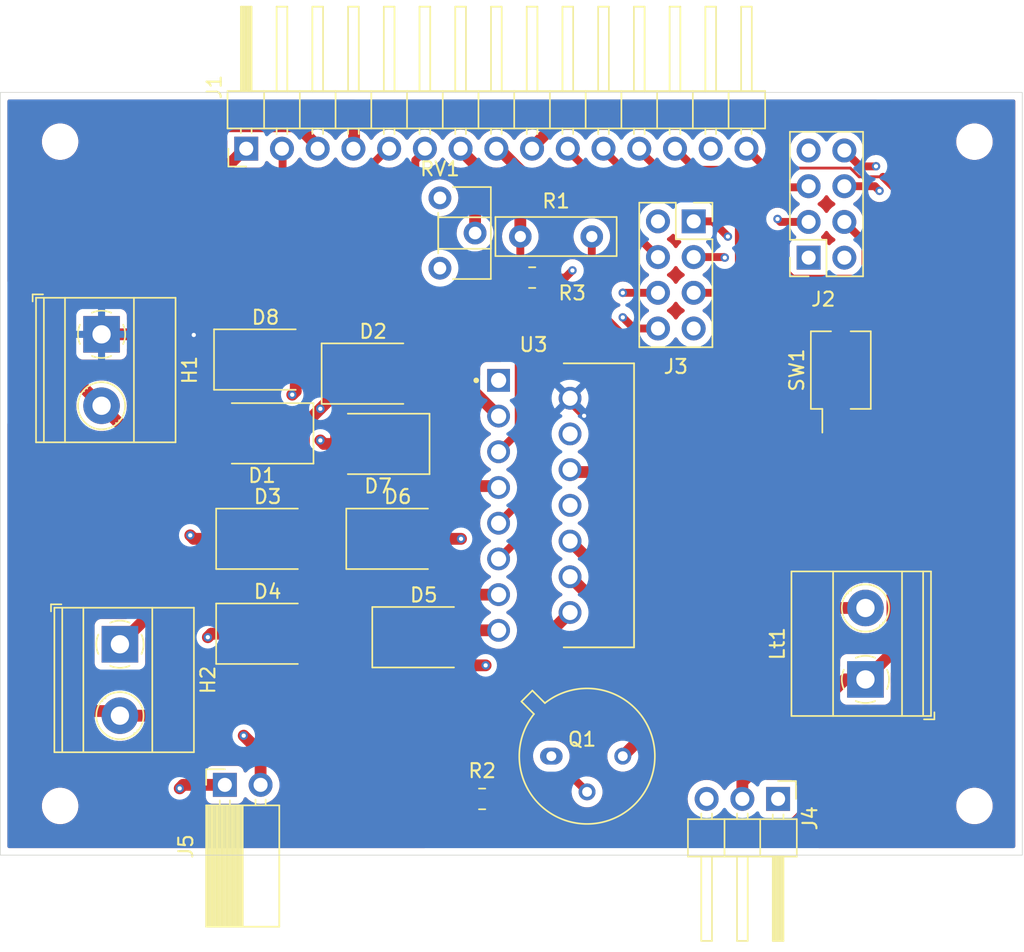
<source format=kicad_pcb>
(kicad_pcb (version 20240108) (generator "pcbnew") (generator_version "8.0")
  (layers (0 "F.Cu" signal) (1 "In1.Cu" power) (2 "In2.Cu" power) (31 "B.Cu" power) (34 "B.Paste" user) (35 "F.Paste" user) (36 "B.SilkS" user "B.Silkscreen") (37 "F.SilkS" user "F.Silkscreen") (38 "B.Mask" user) (39 "F.Mask" user) (44 "Edge.Cuts" user))
  (net 0 "")
  (net 1 "GND")
  (net 2 "+5V")
  (net 3 "+12V")
  (net 4 "OUT1U3")
  (net 5 "OUT2U3")
  (net 6 "OUT3U3")
  (net 7 "OUT4U3")
  (net 8 "SW1U3")
  (net 9 "IN3U2")
  (net 10 "IN4U3")
  (net 11 "PHOTO")
  (net 12 "IN3U3")
  (net 13 "LIGHT")
  (net 14 "IN4U2")
  (net 15 "SW2U3")
  (net 16 "IN1U3")
  (net 17 "IN2U3")
  (net 18 "IN2U2")
  (net 19 "IN1U2")
  (net 20 "POW")
  (net 21 "NPN")
  (net 22 "Net-(Q1-B)")
  (net 23 "ENBU3")
  (net 24 "ENAU3")
  (net 29 "+3.3V")
  (footprint "Connector_PinSocket_2.54mm:PinSocket_2x04_P2.54mm_Vertical" (layer "F.Cu") (at 153.46 68 180)
    (property "Reference" "J2" (at -1.04 -2.96 0) (layer "F.SilkS"))
    (property "Value" "Conn_02x04_Counter_Clockwise" (hide yes))
    (pad "1" thru_hole rect (at 0 0 180) (size 1.7 1.7) (drill 1) (layers "*.Cu" "*.Mask") (net 1 "GND"))
    (pad "2" thru_hole oval (at -2.54 0 180) (size 1.7 1.7) (drill 1) (layers "*.Cu" "*.Mask"))
    (pad "3" thru_hole oval (at 0 2.54 180) (size 1.7 1.7) (drill 1) (layers "*.Cu" "*.Mask") (net 2 "+5V"))
    (pad "4" thru_hole oval (at -2.54 2.54 180) (size 1.7 1.7) (drill 1) (layers "*.Cu" "*.Mask") (net 9 "IN3U2"))
    (pad "5" thru_hole oval (at 0 5.08 180) (size 1.7 1.7) (drill 1) (layers "*.Cu" "*.Mask") (net 14 "IN4U2"))
    (pad "6" thru_hole oval (at -2.54 5.08 180) (size 1.7 1.7) (drill 1) (layers "*.Cu" "*.Mask") (net 2 "+5V"))
    (pad "7" thru_hole oval (at 0 7.62 180) (size 1.7 1.7) (drill 1) (layers "*.Cu" "*.Mask"))
    (pad "8" thru_hole oval (at -2.54 7.62 180) (size 1.7 1.7) (drill 1) (layers "*.Cu" "*.Mask") (net 2 "+5V"))
  )
  (footprint "Potentiometer_THT:Potentiometer_ACP_CA6-H2,5_Horizontal" (layer "F.Cu") (at 127.25 63.75)
    (property "Reference" "RV1" (at 0 -2.06 0) (layer "F.SilkS"))
    (property "Value" "R_Potentiometer" (hide yes))
    (pad "1" thru_hole circle (at 0 0) (size 1.62 1.62) (drill 0.9) (layers "*.Cu" "*.Mask") (net 2 "+5V"))
    (pad "2" thru_hole circle (at 2.5 2.5) (size 1.62 1.62) (drill 0.9) (layers "*.Cu" "*.Mask") (net 20 "POW"))
    (pad "3" thru_hole circle (at 0 5) (size 1.62 1.62) (drill 0.9) (layers "*.Cu" "*.Mask") (net 1 "GND"))
  )
  (footprint "Connector_PinHeader_2.54mm:PinHeader_1x03_P2.54mm_Horizontal" (layer "F.Cu") (at 151.29 106.5 -90)
    (property "Reference" "J4" (at 1.375 -2.27 90) (layer "F.SilkS"))
    (property "Value" "Conn_01x03_Socket" (hide yes))
    (pad "1" thru_hole rect (at 0 0 270) (size 1.7 1.7) (drill 1) (layers "*.Cu" "*.Mask") (net 2 "+5V"))
    (pad "2" thru_hole oval (at 0 2.54 270) (size 1.7 1.7) (drill 1) (layers "*.Cu" "*.Mask") (net 3 "+12V"))
    (pad "3" thru_hole oval (at 0 5.08 270) (size 1.7 1.7) (drill 1) (layers "*.Cu" "*.Mask") (net 1 "GND"))
  )
  (footprint "Connector_PinSocket_2.54mm:PinSocket_1x02_P2.54mm_Horizontal" (layer "F.Cu") (at 111.96 105.5 90)
    (property "Reference" "J5" (at -4.38 -2.77 90) (layer "F.SilkS"))
    (property "Value" "Conn_01x02_Socket")
    (pad "1" thru_hole rect (at 0 0 90) (size 1.7 1.7) (drill 1) (layers "*.Cu" "*.Mask") (net 2 "+5V"))
    (pad "2" thru_hole oval (at 0 2.54 90) (size 1.7 1.7) (drill 1) (layers "*.Cu" "*.Mask") (net 1 "GND"))
  )
  (footprint "Resistor_SMD:R_0805_2012Metric" (layer "F.Cu") (at 133.8075 69.42)
    (property "Reference" "R3" (at 2.8425 1.1 0) (layer "F.SilkS"))
    (property "Value" "10k")
    (pad "1" smd roundrect (at -0.9125 0) (size 1.025 1.4) (layers "F.Cu" "F.Paste" "F.Mask") (roundrect_rratio 0.243902) (net 11 "PHOTO"))
    (pad "2" smd roundrect (at 0.9125 0) (size 1.025 1.4) (layers "F.Cu" "F.Paste" "F.Mask") (roundrect_rratio 0.243902) (net 1 "GND"))
  )
  (footprint "TerminalBlock_Phoenix:TerminalBlock_Phoenix_MKDS-1,5-2-5.08_1x02_P5.08mm_Horizontal" (layer "F.Cu") (at 157.5 98 90)
    (property "Reference" "Lt1" (at 2.54 -6.26 90) (layer "F.SilkS"))
    (property "Value" "Screw_Terminal_01x02" (hide yes))
    (pad "1" thru_hole rect (at 0 0 90) (size 2.6 2.6) (drill 1.3) (layers "*.Cu" "*.Mask") (net 3 "+12V"))
    (pad "2" thru_hole circle (at 5.08 0 90) (size 2.6 2.6) (drill 1.3) (layers "*.Cu" "*.Mask") (net 21 "NPN"))
  )
  (footprint "Package_TO_SOT_THT:TO-39-3" (layer "F.Cu") (at 135.17 103.46)
    (property "Reference" "Q1" (at 2.1825 -1.2 0) (layer "F.SilkS"))
    (property "Value" "2N2219" (hide yes))
    (pad "1" thru_hole oval (at 0 0) (size 1.6 1.2) (drill 0.7) (layers "*.Cu" "*.Mask") (net 1 "GND"))
    (pad "2" thru_hole oval (at 2.54 2.54) (size 1.2 1.2) (drill 0.7) (layers "*.Cu" "*.Mask") (net 22 "Net-(Q1-B)"))
    (pad "3" thru_hole oval (at 5.08 0) (size 1.2 1.2) (drill 0.7) (layers "*.Cu" "*.Mask") (net 21 "NPN"))
  )
  (footprint "Button_Switch_SMD:SW_DIP_SPSTx02_Slide_KingTek_DSHP02TS_W7.62mm_P1.27mm" (layer "F.Cu") (at 155.75 76 90)
    (property "Reference" "SW1" (at 0 -3.13 90) (layer "F.SilkS"))
    (property "Value" "SW_DIP_x02" (hide yes))
    (pad "1" smd rect (at -3.81 -0.635 90) (size 1.27 0.76) (layers "F.Cu" "F.Paste" "F.Mask") (net 24 "ENAU3"))
    (pad "2" smd rect (at -3.81 0.635 90) (size 1.27 0.76) (layers "F.Cu" "F.Paste" "F.Mask") (net 23 "ENBU3"))
    (pad "3" smd rect (at 3.81 0.635 90) (size 1.27 0.76) (layers "F.Cu" "F.Paste" "F.Mask") (net 15 "SW2U3"))
    (pad "4" smd rect (at 3.81 -0.635 90) (size 1.27 0.76) (layers "F.Cu" "F.Paste" "F.Mask") (net 8 "SW1U3"))
  )
  (footprint "Resistor_THT:R_Box_L8.4mm_W2.5mm_P5.08mm" (layer "F.Cu") (at 132.965 66.5)
    (property "Reference" "R1" (at 2.54 -2.52 0) (layer "F.SilkS"))
    (property "Value" "R_Photo" (hide yes))
    (pad "1" thru_hole circle (at 0 0) (size 1.6 1.6) (drill 0.8) (layers "*.Cu" "*.Mask") (net 11 "PHOTO"))
    (pad "2" thru_hole circle (at 5.08 0) (size 1.6 1.6) (drill 0.8) (layers "*.Cu" "*.Mask") (net 29 "+3.3V"))
  )
  (footprint "Diode_SMD:D_SMB" (layer "F.Cu") (at 122.85 81.25 180)
    (property "Reference" "D7" (at 0 -3 0) (layer "F.SilkS"))
    (property "Value" "STTH212U" (hide yes))
    (pad "1" smd roundrect (at -2.15 0 180) (size 2.5 2.3) (layers "F.Cu" "F.Paste" "F.Mask") (roundrect_rratio 0.1086956522) (net 5 "OUT2U3"))
    (pad "2" smd roundrect (at 2.15 0 180) (size 2.5 2.3) (layers "F.Cu" "F.Paste" "F.Mask") (roundrect_rratio 0.1086956522) (net 1 "GND"))
  )
  (footprint "MountingHole:MountingHole_2.1mm" (layer "F.Cu") (at 165.25 59.75)
    (property "Reference" "REF**" (hide yes))
    (property "Value" "MountingHole_2.1mm" (hide yes))
    (pad "" np_thru_hole circle (at 0 0) (size 2.1 2.1) (drill 2.1) (layers "*.Cu" "*.Mask"))
  )
  (footprint "Diode_SMD:D_SMB" (layer "F.Cu") (at 114.85 75.25)
    (property "Reference" "D8" (at 0 -3 0) (layer "F.SilkS"))
    (property "Value" "STTH212U" (hide yes))
    (pad "1" smd roundrect (at -2.15 0) (size 2.5 2.3) (layers "F.Cu" "F.Paste" "F.Mask") (roundrect_rratio 0.1086956522) (net 4 "OUT1U3"))
    (pad "2" smd roundrect (at 2.15 0) (size 2.5 2.3) (layers "F.Cu" "F.Paste" "F.Mask") (roundrect_rratio 0.1086956522) (net 1 "GND"))
  )
  (footprint "TerminalBlock_Phoenix:TerminalBlock_Phoenix_MKDS-1,5-2-5.08_1x02_P5.08mm_Horizontal" (layer "F.Cu") (at 104.5 95.5 -90)
    (property "Reference" "H2" (at 2.54 -6.26 90) (layer "F.SilkS"))
    (property "Value" "Screw_Terminal_01x02" (hide yes))
    (pad "1" thru_hole rect (at 0 0 270) (size 2.6 2.6) (drill 1.3) (layers "*.Cu" "*.Mask") (net 6 "OUT3U3"))
    (pad "2" thru_hole circle (at 5.08 0 270) (size 2.6 2.6) (drill 1.3) (layers "*.Cu" "*.Mask") (net 7 "OUT4U3"))
  )
  (footprint "Connector_PinSocket_2.54mm:PinSocket_2x04_P2.54mm_Vertical" (layer "F.Cu") (at 145.29 65.42)
    (property "Reference" "J3" (at -1.27 10.33 0) (layer "F.SilkS"))
    (property "Value" "Conn_02x04_Counter_Clockwise" (hide yes))
    (pad "1" thru_hole rect (at 0 0) (size 1.7 1.7) (drill 1) (layers "*.Cu" "*.Mask") (net 1 "GND"))
    (pad "2" thru_hole oval (at -2.54 0) (size 1.7 1.7) (drill 1) (layers "*.Cu" "*.Mask"))
    (pad "3" thru_hole oval (at 0 2.54) (size 1.7 1.7) (drill 1) (layers "*.Cu" "*.Mask") (net 2 "+5V"))
    (pad "4" thru_hole oval (at -2.54 2.54) (size 1.7 1.7) (drill 1) (layers "*.Cu" "*.Mask") (net 19 "IN1U2"))
    (pad "5" thru_hole oval (at 0 5.08) (size 1.7 1.7) (drill 1) (layers "*.Cu" "*.Mask") (net 18 "IN2U2"))
    (pad "6" thru_hole oval (at -2.54 5.08) (size 1.7 1.7) (drill 1) (layers "*.Cu" "*.Mask") (net 2 "+5V"))
    (pad "7" thru_hole oval (at 0 7.62) (size 1.7 1.7) (drill 1) (layers "*.Cu" "*.Mask"))
    (pad "8" thru_hole oval (at -2.54 7.62) (size 1.7 1.7) (drill 1) (layers "*.Cu" "*.Mask") (net 2 "+5V"))
  )
  (footprint "Diode_SMD:D_SMB" (layer "F.Cu") (at 115 94.75)
    (property "Reference" "D4" (at 0 -3 0) (layer "F.SilkS"))
    (property "Value" "STTH212U")
    (pad "1" smd roundrect (at -2.15 0) (size 2.5 2.3) (layers "F.Cu" "F.Paste" "F.Mask") (roundrect_rratio 0.1086956522) (net 2 "+5V"))
    (pad "2" smd roundrect (at 2.15 0) (size 2.5 2.3) (layers "F.Cu" "F.Paste" "F.Mask") (roundrect_rratio 0.1086956522) (net 7 "OUT4U3"))
  )
  (footprint "MountingHole:MountingHole_2.1mm" (layer "F.Cu") (at 100.25 107)
    (property "Reference" "REF**" (hide yes))
    (property "Value" "MountingHole_2.1mm" (hide yes))
    (pad "" np_thru_hole circle (at 0 0) (size 2.1 2.1) (drill 2.1) (layers "*.Cu" "*.Mask"))
  )
  (footprint "Resistor_SMD:R_0805_2012Metric" (layer "F.Cu") (at 130.25 106.5)
    (property "Reference" "R2" (at 0 -2 0) (layer "F.SilkS"))
    (property "Value" "1k")
    (pad "1" smd roundrect (at -0.9125 0) (size 1.025 1.4) (layers "F.Cu" "F.Paste" "F.Mask") (roundrect_rratio 0.243902) (net 22 "Net-(Q1-B)"))
    (pad "2" smd roundrect (at 0.9125 0) (size 1.025 1.4) (layers "F.Cu" "F.Paste" "F.Mask") (roundrect_rratio 0.243902) (net 13 "LIGHT"))
  )
  (footprint "Diode_SMD:D_SMB" (layer "F.Cu") (at 124.25 88)
    (property "Reference" "D6" (at 0 -3 0) (layer "F.SilkS"))
    (property "Value" "STTH212U" (hide yes))
    (pad "1" smd roundrect (at -2.15 0) (size 2.5 2.3) (layers "F.Cu" "F.Paste" "F.Mask") (roundrect_rratio 0.1086956522) (net 6 "OUT3U3"))
    (pad "2" smd roundrect (at 2.15 0) (size 2.5 2.3) (layers "F.Cu" "F.Paste" "F.Mask") (roundrect_rratio 0.1086956522) (net 1 "GND"))
  )
  (footprint "Diode_SMD:D_SMB" (layer "F.Cu") (at 126.1 95)
    (property "Reference" "D5" (at 0 -3 0) (layer "F.SilkS"))
    (property "Value" "STTH212U")
    (pad "1" smd roundrect (at -2.15 0) (size 2.5 2.3) (layers "F.Cu" "F.Paste" "F.Mask") (roundrect_rratio 0.1086956522) (net 7 "OUT4U3"))
    (pad "2" smd roundrect (at 2.15 0) (size 2.5 2.3) (layers "F.Cu" "F.Paste" "F.Mask") (roundrect_rratio 0.1086956522) (net 1 "GND"))
  )
  (footprint "Diode_SMD:D_SMB" (layer "F.Cu") (at 114.6 80.5 180)
    (property "Reference" "D1" (at 0 -3 0) (layer "F.SilkS"))
    (property "Value" "STTH212U" (hide yes))
    (pad "1" smd roundrect (at -2.15 0 180) (size 2.5 2.3) (layers "F.Cu" "F.Paste" "F.Mask") (roundrect_rratio 0.1086956522) (net 2 "+5V"))
    (pad "2" smd roundrect (at 2.15 0 180) (size 2.5 2.3) (layers "F.Cu" "F.Paste" "F.Mask") (roundrect_rratio 0.1086956522) (net 4 "OUT1U3"))
  )
  (footprint "MountingHole:MountingHole_2.1mm" (layer "F.Cu") (at 165.25 107)
    (property "Reference" "REF**" (hide yes))
    (property "Value" "MountingHole_2.1mm" (hide yes))
    (pad "" np_thru_hole circle (at 0 0) (size 2.1 2.1) (drill 2.1) (layers "*.Cu" "*.Mask"))
  )
  (footprint "Connector_PinHeader_2.54mm:PinHeader_1x15_P2.54mm_Horizontal" (layer "F.Cu") (at 113.48 60.25 90)
    (property "Reference" "J1" (at 4.385 -2.27 90) (layer "F.SilkS"))
    (property "Value" "Conn_01x15_Pin" (hide yes))
    (pad "1" thru_hole rect (at 0 0 90) (size 1.7 1.7) (drill 1) (layers "*.Cu" "*.Mask") (net 17 "IN2U3"))
    (pad "2" thru_hole oval (at 0 2.54 90) (size 1.7 1.7) (drill 1) (layers "*.Cu" "*.Mask") (net 16 "IN1U3"))
    (pad "3" thru_hole oval (at 0 5.08 90) (size 1.7 1.7) (drill 1) (layers "*.Cu" "*.Mask") (net 10 "IN4U3"))
    (pad "4" thru_hole oval (at 0 7.62 90) (size 1.7 1.7) (drill 1) (layers "*.Cu" "*.Mask") (net 12 "IN3U3"))
    (pad "5" thru_hole oval (at 0 10.16 90) (size 1.7 1.7) (drill 1) (layers "*.Cu" "*.Mask") (net 8 "SW1U3"))
    (pad "6" thru_hole oval (at 0 12.7 90) (size 1.7 1.7) (drill 1) (layers "*.Cu" "*.Mask") (net 15 "SW2U3"))
    (pad "7" thru_hole oval (at 0 15.24 90) (size 1.7 1.7) (drill 1) (layers "*.Cu" "*.Mask") (net 20 "POW"))
    (pad "8" thru_hole oval (at 0 17.78 90) (size 1.7 1.7) (drill 1) (layers "*.Cu" "*.Mask") (net 11 "PHOTO"))
    (pad "9" thru_hole oval (at 0 20.32 90) (size 1.7 1.7) (drill 1) (layers "*.Cu" "*.Mask") (net 13 "LIGHT"))
    (pad "10" thru_hole oval (at 0 22.86 90) (size 1.7 1.7) (drill 1) (layers "*.Cu" "*.Mask") (net 19 "IN1U2"))
    (pad "11" thru_hole oval (at 0 25.4 90) (size 1.7 1.7) (drill 1) (layers "*.Cu" "*.Mask") (net 18 "IN2U2"))
    (pad "12" thru_hole oval (at 0 27.94 90) (size 1.7 1.7) (drill 1) (layers "*.Cu" "*.Mask") (net 9 "IN3U2"))
    (pad "13" thru_hole oval (at 0 30.48 90) (size 1.7 1.7) (drill 1) (layers "*.Cu" "*.Mask") (net 14 "IN4U2"))
    (pad "14" thru_hole oval (at 0 33.02 90) (size 1.7 1.7) (drill 1) (layers "*.Cu" "*.Mask") (net 1 "GND"))
    (pad "15" thru_hole oval (at 0 35.56 90) (size 1.7 1.7) (drill 1) (layers "*.Cu" "*.Mask") (net 29 "+3.3V"))
  )
  (footprint "Diode_SMD:D_SMB" (layer "F.Cu") (at 115 88)
    (property "Reference" "D3" (at 0 -3 0) (layer "F.SilkS"))
    (property "Value" "STTH212U" (hide yes))
    (pad "1" smd roundrect (at -2.15 0) (size 2.5 2.3) (layers "F.Cu" "F.Paste" "F.Mask") (roundrect_rratio 0.1086956522) (net 2 "+5V"))
    (pad "2" smd roundrect (at 2.15 0) (size 2.5 2.3) (layers "F.Cu" "F.Paste" "F.Mask") (roundrect_rratio 0.1086956522) (net 6 "OUT3U3"))
  )
  (footprint "Diode_SMD:D_SMB" (layer "F.Cu") (at 122.5 76.25)
    (property "Reference" "D2" (at 0 -3 0) (layer "F.SilkS"))
    (property "Value" "STTH212U" (hide yes))
    (pad "1" smd roundrect (at -2.15 0) (size 2.5 2.3) (layers "F.Cu" "F.Paste" "F.Mask") (roundrect_rratio 0.1086956522) (net 2 "+5V"))
    (pad "2" smd roundrect (at 2.15 0) (size 2.5 2.3) (layers "F.Cu" "F.Paste" "F.Mask") (roundrect_rratio 0.1086956522) (net 5 "OUT2U3"))
  )
  (footprint "L298N:TO127P2020X500X2100-15" (layer "F.Cu") (at 131.42 76.73)
    (property "Reference" "U3" (at 2.48 -2.54 0) (layer "F.SilkS"))
    (property "Value" "L298N" (hide yes))
    (pad "1" thru_hole rect (at 0 0) (size 1.62 1.62) (drill 1.08) (layers "*.Cu" "*.Mask") (net 1 "GND"))
    (pad "2" thru_hole circle (at 5.08 1.27) (size 1.62 1.62) (drill 1.08) (layers "*.Cu" "*.Mask") (net 4 "OUT1U3"))
    (pad "3" thru_hole circle (at 0 2.54) (size 1.62 1.62) (drill 1.08) (layers "*.Cu" "*.Mask") (net 5 "OUT2U3"))
    (pad "4" thru_hole circle (at 5.08 3.81) (size 1.62 1.62) (drill 1.08) (layers "*.Cu" "*.Mask") (net 2 "+5V"))
    (pad "5" thru_hole circle (at 0 5.08) (size 1.62 1.62) (drill 1.08) (layers "*.Cu" "*.Mask") (net 16 "IN1U3"))
    (pad "6" thru_hole circle (at 5.08 6.35) (size 1.62 1.62) (drill 1.08) (layers "*.Cu" "*.Mask") (net 24 "ENAU3"))
    (pad "7" thru_hole circle (at 0 7.62) (size 1.62 1.62) (drill 1.08) (layers "*.Cu" "*.Mask") (net 17 "IN2U3"))
    (pad "8" thru_hole circle (at 5.08 8.89) (size 1.62 1.62) (drill 1.08) (layers "*.Cu" "*.Mask") (net 1 "GND"))
    (pad "9" thru_hole circle (at 0 10.16) (size 1.62 1.62) (drill 1.08) (layers "*.Cu" "*.Mask") (net 3 "+12V"))
    (pad "10" thru_hole circle (at 5.08 11.43) (size 1.62 1.62) (drill 1.08) (layers "*.Cu" "*.Mask") (net 12 "IN3U3"))
    (pad "11" thru_hole circle (at 0 12.7) (size 1.62 1.62) (drill 1.08) (layers "*.Cu" "*.Mask") (net 23 "ENBU3"))
    (pad "12" thru_hole circle (at 5.08 13.97) (size 1.62 1.62) (drill 1.08) (layers "*.Cu" "*.Mask") (net 10 "IN4U3"))
    (pad "13" thru_hole circle (at 0 15.24) (size 1.62 1.62) (drill 1.08) (layers "*.Cu" "*.Mask") (net 6 "OUT3U3"))
    (pad "14" thru_hole circle (at 5.08 16.51) (size 1.62 1.62) (drill 1.08) (layers "*.Cu" "*.Mask") (net 7 "OUT4U3"))
    (pad "15" thru_hole circle (at 0 17.78) (size 1.62 1.62) (drill 1.08) (layers "*.Cu" "*.Mask") (net 1 "GND"))
  )
  (footprint "TerminalBlock_Phoenix:TerminalBlock_Phoenix_MKDS-1,5-2-5.08_1x02_P5.08mm_Horizontal" (layer "F.Cu") (at 103.195 73.455 -90)
    (property "Reference" "H1" (at 2.54 -6.26 90) (layer "F.SilkS"))
    (property "Value" "Screw_Terminal_01x02" (hide yes))
    (pad "1" thru_hole rect (at 0 0 270) (size 2.6 2.6) (drill 1.3) (layers "*.Cu" "*.Mask") (net 4 "OUT1U3"))
    (pad "2" thru_hole circle (at 5.08 0 270) (size 2.6 2.6) (drill 1.3) (layers "*.Cu" "*.Mask") (net 5 "OUT2U3"))
  )
  (footprint "MountingHole:MountingHole_2.1mm" (layer "F.Cu") (at 100.25 59.75)
    (property "Reference" "REF**" (hide yes))
    (property "Value" "MountingHole_2.1mm" (hide yes))
    (pad "" np_thru_hole circle (at 0 0) (size 2.1 2.1) (drill 2.1) (layers "*.Cu" "*.Mask"))
  )
  (gr_rect (start 96 56.25) (end 168.65 110.5) (stroke (width 0.05)) (fill none) (layer "Edge.Cuts"))
  (segment (start 126.4 88) (end 128.75 88) (width 0.8382) (layer "F.Cu") (net 1))
  (segment (start 128.25 96.25) (end 128.25 95) (width 0.8382) (layer "F.Cu") (net 1))
  (segment (start 114.5 103.2) (end 113.3 102) (width 0.8382) (layer "F.Cu") (net 1))
  (segment (start 131.42 94.51) (end 128.74 94.51) (width 0.8382) (layer "F.Cu") (net 1))
  (segment (start 128.74 94.51) (end 128.25 95) (width 0.8382) (layer "F.Cu") (net 1))
  (segment (start 134.72 69.42) (end 136.16 69.42) (width 0.5588) (layer "F.Cu") (net 1))
  (segment (start 145.29 65.42) (end 146.6406 65.42) (width 0.5588) (layer "F.Cu") (net 1))
  (segment (start 130.5 97) (end 129 97) (width 0.8382) (layer "F.Cu") (net 1))
  (segment (start 117 77.5) (end 116.75 77.75) (width 0.8382) (layer "F.Cu") (net 1))
  (segment (start 146.6406 65.42) (end 147.7206 66.5) (width 0.5588) (layer "F.Cu") (net 1))
  (segment (start 119 81.25) (end 118.75 81) (width 0.8382) (layer "F.Cu") (net 1))
  (segment (start 129 97) (end 128.25 96.25) (width 0.8382) (layer "F.Cu") (net 1))
  (segment (start 117 75.25) (end 117 77.5) (width 0.8382) (layer "F.Cu") (net 1))
  (segment (start 120.7 81.25) (end 119 81.25) (width 0.8382) (layer "F.Cu") (net 1))
  (segment (start 136.16 69.42) (end 136.67 68.91) (width 0.5588) (layer "F.Cu") (net 1))
  (segment (start 114.5 105.5) (end 114.5 103.2) (width 0.8382) (layer "F.Cu") (net 1))
  (via (at 113.3 102) (size 0.6) (drill 0.3) (layers "F.Cu" "B.Cu") (net 1))
  (via (at 118.75 81) (size 0.6) (drill 0.3) (layers "F.Cu" "B.Cu") (net 1))
  (via (at 116.75 77.75) (size 0.6) (drill 0.3) (layers "F.Cu" "B.Cu") (net 1))
  (via (at 136.67 68.91) (size 0.6) (drill 0.3) (layers "F.Cu" "B.Cu") (net 1))
  (via (at 128.75 88) (size 0.6) (drill 0.3) (layers "F.Cu" "B.Cu") (net 1))
  (via (at 130.5 97) (size 0.6) (drill 0.3) (layers "F.Cu" "B.Cu") (net 1))
  (via (at 147.7206 66.5) (size 0.6) (drill 0.3) (layers "F.Cu" "B.Cu") (net 1))
  (segment (start 111.96 105.5) (end 109 105.5) (width 0.8382) (layer "F.Cu") (net 2))
  (segment (start 112.85 94.75) (end 111 94.75) (width 0.8382) (layer "F.Cu") (net 2))
  (segment (start 117 80.5) (end 118.75 78.75) (width 0.8382) (layer "F.Cu") (net 2))
  (segment (start 158.17 62.92) (end 158.5 63.25) (width 0.5588) (layer "F.Cu") (net 2))
  (segment (start 156 62.92) (end 158.17 62.92) (width 0.5588) (layer "F.Cu") (net 2))
  (segment (start 147.46 67.96) (end 147.5 68) (width 0.5588) (layer "F.Cu") (net 2))
  (segment (start 120.35 76.25) (end 120.35 77.15) (width 0.8382) (layer "F.Cu") (net 2))
  (segment (start 156 60.38) (end 157.130335 61.510335) (width 0.5588) (layer "F.Cu") (net 2))
  (segment (start 157.130335 61.510335) (end 158.239665 61.510335) (width 0.5588) (layer "F.Cu") (net 2))
  (segment (start 142.75 70.5) (end 140.25 70.5) (width 0.5588) (layer "F.Cu") (net 2))
  (segment (start 109 105.5) (end 108.75 105.75) (width 0.8382) (layer "F.Cu") (net 2))
  (segment (start 151.46 65.46) (end 151.25 65.25) (width 0.5588) (layer "F.Cu") (net 2))
  (segment (start 141.04 73.04) (end 140.25 72.25) (width 0.5588) (layer "F.Cu") (net 2))
  (segment (start 142.75 73.04) (end 141.04 73.04) (width 0.5588) (layer "F.Cu") (net 2))
  (segment (start 116.75 80.5) (end 117 80.5) (width 0.8382) (layer "F.Cu") (net 2))
  (segment (start 120.35 77.15) (end 118.75 78.75) (width 0.8382) (layer "F.Cu") (net 2))
  (segment (start 112.85 88) (end 109.75 88) (width 0.8382) (layer "F.Cu") (net 2))
  (segment (start 153.46 65.46) (end 151.46 65.46) (width 0.5588) (layer "F.Cu") (net 2))
  (segment (start 111 94.75) (end 110.75 95) (width 0.8382) (layer "F.Cu") (net 2))
  (segment (start 145.29 67.96) (end 147.46 67.96) (width 0.5588) (layer "F.Cu") (net 2))
  (segment (start 109.75 88) (end 109.5 87.75) (width 0.8382) (layer "F.Cu") (net 2))
  (via (at 118.75 78.75) (size 0.6) (drill 0.3) (layers "F.Cu" "B.Cu") (net 2))
  (via (at 140.25 70.5) (size 0.6) (drill 0.3) (layers "F.Cu" "B.Cu") (net 2))
  (via (at 158.25 61.5) (size 0.6) (drill 0.3) (layers "F.Cu" "B.Cu") (net 2))
  (via (at 151.25 65.25) (size 0.6) (drill 0.3) (layers "F.Cu" "B.Cu") (net 2))
  (via (at 158.5 63.25) (size 0.6) (drill 0.3) (layers "F.Cu" "B.Cu") (net 2))
  (via (at 110.75 95) (size 0.6) (drill 0.3) (layers "F.Cu" "B.Cu") (net 2))
  (via (at 108.75 105.75) (size 0.6) (drill 0.3) (layers "F.Cu" "B.Cu") (net 2))
  (via (at 140.25 72.25) (size 0.6) (drill 0.3) (layers "F.Cu" "B.Cu") (net 2))
  (via (at 147.5 68) (size 0.6) (drill 0.3) (layers "F.Cu" "B.Cu") (net 2))
  (via (at 109.5 87.75) (size 0.6) (drill 0.3) (layers "F.Cu" "B.Cu") (net 2))
  (segment (start 137.5 75) (end 135 75) (width 0.8382) (layer "F.Cu") (net 3))
  (segment (start 153.293865 76) (end 149.543865 79.75) (width 0.8382) (layer "F.Cu") (net 3))
  (segment (start 131.42 86.89) (end 133.75 84.56) (width 0.5588) (layer "F.Cu") (net 3))
  (segment (start 142.25 79.75) (end 137.5 75) (width 0.8382) (layer "F.Cu") (net 3))
  (segment (start 148.75 105.297919) (end 156.047919 98) (width 0.8382) (layer "F.Cu") (net 3))
  (segment (start 149.543865 79.75) (end 142.25 79.75) (width 0.8382) (layer "F.Cu") (net 3))
  (segment (start 159.4191 79.4191) (end 156 76) (width 0.8382) (layer "F.Cu") (net 3))
  (segment (start 156 76) (end 153.293865 76) (width 0.8382) (layer "F.Cu") (net 3))
  (segment (start 157.5 98) (end 159.4191 96.0809) (width 0.8382) (layer "F.Cu") (net 3))
  (segment (start 148.75 106.5) (end 148.75 105.297919) (width 0.8382) (layer "F.Cu") (net 3))
  (segment (start 159.4191 96.0809) (end 159.4191 79.4191) (width 0.8382) (layer "F.Cu") (net 3))
  (segment (start 156.047919 98) (end 157.5 98) (width 0.8382) (layer "F.Cu") (net 3))
  (segment (start 133.75 84.56) (end 133.75 76.25) (width 0.5588) (layer "F.Cu") (net 3))
  (segment (start 133.75 76.25) (end 135 75) (width 0.5588) (layer "F.Cu") (net 3))
  (segment (start 112.7 80.25) (end 112.45 80.5) (width 0.8382) (layer "F.Cu") (net 4))
  (segment (start 136.5 78.25) (end 137.5 79.25) (width 0.5588) (layer "F.Cu") (net 4))
  (segment (start 136.5 78) (end 136.5 78.25) (width 0.5588) (layer "F.Cu") (net 4))
  (segment (start 109.705 73.455) (end 109.75 73.5) (width 0.8382) (layer "F.Cu") (net 4))
  (segment (start 112.7 75.25) (end 112.7 80.25) (width 0.8382) (layer "F.Cu") (net 4))
  (segment (start 111.5 75.25) (end 109.75 73.5) (width 0.8382) (layer "F.Cu") (net 4))
  (segment (start 112.7 75.25) (end 111.5 75.25) (width 0.8382) (layer "F.Cu") (net 4))
  (segment (start 103.195 73.455) (end 109.705 73.455) (width 0.8382) (layer "F.Cu") (net 4))
  (via (at 137.5 79.25) (size 0.6) (drill 0.3) (layers "F.Cu" "B.Cu") (net 4))
  (via (at 109.75 73.5) (size 0.6) (drill 0.3) (layers "F.Cu" "B.Cu") (net 4))
  (segment (start 116.75 83) (end 107.6982 83) (width 0.559) (layer "F.Cu") (net 5))
  (segment (start 107.6982 83) (end 107.6791 83.0191) (width 0.559) (layer "F.Cu") (net 5))
  (segment (start 115.5 70.5) (end 117.572992 72.572992) (width 0.8382) (layer "F.Cu") (net 5))
  (segment (start 103.195 78.535) (end 100.5382 75.8782) (width 0.8382) (layer "F.Cu") (net 5))
  (segment (start 117 83.25) (end 116.75 83) (width 0.559) (layer "F.Cu") (net 5))
  (segment (start 124.65 80.9) (end 125 81.25) (width 0.8382) (layer "F.Cu") (net 5))
  (segment (start 123.2309 83.0191) (end 123 83.25) (width 0.559) (layer "F.Cu") (net 5))
  (segment (start 117.572992 72.572992) (end 117.572992 72.75) (width 0.8382) (layer "F.Cu") (net 5))
  (segment (start 124.65 76.25) (end 124.65 80.9) (width 0.8382) (layer "F.Cu") (net 5))
  (segment (start 123 83.25) (end 117 83.25) (width 0.559) (layer "F.Cu") (net 5))
  (segment (start 102 70.5) (end 115.5 70.5) (width 0.8382) (layer "F.Cu") (net 5))
  (segment (start 124.9 72.75) (end 131.42 79.27) (width 0.8382) (layer "F.Cu") (net 5))
  (segment (start 100.5382 75.8782) (end 100.5382 71.9618) (width 0.8382) (layer "F.Cu") (net 5))
  (segment (start 125 81.25) (end 123.2309 83.0191) (width 0.8382) (layer "F.Cu") (net 5))
  (segment (start 100.5382 71.9618) (end 102 70.5) (width 0.8382) (layer "F.Cu") (net 5))
  (segment (start 107.6791 83.0191) (end 103.195 78.535) (width 0.8382) (layer "F.Cu") (net 5))
  (segment (start 117.572992 72.75) (end 124.9 72.75) (width 0.8382) (layer "F.Cu") (net 5))
  (segment (start 117.15 88) (end 122.1 88) (width 0.8382) (layer "F.Cu") (net 6))
  (segment (start 122.1 88) (end 122.1 88.35) (width 0.8382) (layer "F.Cu") (net 6))
  (segment (start 104.5 95.5) (end 107.0191 92.9809) (width 0.8382) (layer "F.Cu") (net 6))
  (segment (start 112.1691 92.9809) (end 117.15 88) (width 0.8382) (layer "F.Cu") (net 6))
  (segment (start 122.1 88.35) (end 125.72 91.97) (width 0.8382) (layer "F.Cu") (net 6))
  (segment (start 107.0191 92.9809) (end 112.1691 92.9809) (width 0.8382) (layer "F.Cu") (net 6))
  (segment (start 125.72 91.97) (end 131.42 91.97) (width 0.8382) (layer "F.Cu") (net 6))
  (segment (start 113.5 98) (end 103 98) (width 0.8382) (layer "F.Cu") (net 7))
  (segment (start 117.15 94.75) (end 123.7 94.75) (width 0.8382) (layer "F.Cu") (net 7))
  (segment (start 104.5 100.58) (end 129.16 100.58) (width 0.8382) (layer "F.Cu") (net 7))
  (segment (start 117.15 94.75) (end 116.75 94.75) (width 0.8382) (layer "F.Cu") (net 7))
  (segment (start 116.75 94.75) (end 113.5 98) (width 0.8382) (layer "F.Cu") (net 7))
  (segment (start 102 99.75) (end 102.5 100.25) (width 0.8382) (layer "F.Cu") (net 7))
  (segment (start 129.16 100.58) (end 136.5 93.24) (width 0.8382) (layer "F.Cu") (net 7))
  (segment (start 102.5 100.25) (end 104.17 100.25) (width 0.8382) (layer "F.Cu") (net 7))
  (segment (start 104.17 100.25) (end 104.5 100.58) (width 0.8382) (layer "F.Cu") (net 7))
  (segment (start 103 98) (end 102 99) (width 0.8382) (layer "F.Cu") (net 7))
  (segment (start 123.7 94.75) (end 123.95 95) (width 0.8382) (layer "F.Cu") (net 7))
  (segment (start 102 99) (end 102 99.75) (width 0.8382) (layer "F.Cu") (net 7))
  (segment (start 136.75 72.5) (end 131.750381 72.5) (width 0.5588) (layer "F.Cu") (net 8))
  (segment (start 149.115 78) (end 142.25 78) (width 0.5588) (layer "F.Cu") (net 8))
  (segment (start 131.750381 72.5) (end 129.750381 70.5) (width 0.5588) (layer "F.Cu") (net 8))
  (segment (start 122.25 61.56) (end 123.685 60.125) (width 0.5588) (layer "F.Cu") (net 8))
  (segment (start 122.25 67.5) (end 122.25 61.56) (width 0.5588) (layer "F.Cu") (net 8))
  (segment (start 154.925 72.19) (end 149.115 78) (width 0.5588) (layer "F.Cu") (net 8))
  (segment (start 125.25 70.5) (end 122.25 67.5) (width 0.5588) (layer "F.Cu") (net 8))
  (segment (start 142.25 78) (end 136.75 72.5) (width 0.5588) (layer "F.Cu") (net 8))
  (segment (start 129.750381 70.5) (end 125.25 70.5) (width 0.5588) (layer "F.Cu") (net 8))
  (segment (start 155.115 72.19) (end 154.925 72.19) (width 0.5588) (layer "F.Cu") (net 8))
  (segment (start 141.44 60.375) (end 143.8238 62.7588) (width 0.5588) (layer "F.Cu") (net 9))
  (segment (start 149.5 66.6988) (end 152.3012 69.5) (width 0.5588) (layer "F.Cu") (net 9))
  (segment (start 149.5 65) (end 149.5 66.6988) (width 0.5588) (layer "F.Cu") (net 9))
  (segment (start 157 69.5) (end 157.5 69) (width 0.5588) (layer "F.Cu") (net 9))
  (segment (start 157.5 66.96) (end 156 65.46) (width 0.5588) (layer "F.Cu") (net 9))
  (segment (start 152.3012 69.5) (end 157 69.5) (width 0.5588) (layer "F.Cu") (net 9))
  (segment (start 143.8238 62.7588) (end 147.2588 62.7588) (width 0.5588) (layer "F.Cu") (net 9))
  (segment (start 157.5 69) (end 157.5 66.96) (width 0.5588) (layer "F.Cu") (net 9))
  (segment (start 147.2588 62.7588) (end 149.5 65) (width 0.5588) (layer "F.Cu") (net 9))
  (segment (start 99 98.75) (end 99 80.75) (width 0.8382) (layer "F.Cu") (net 10))
  (segment (start 122.5 101.75) (end 115.5 108.75) (width 0.8382) (layer "F.Cu") (net 10))
  (segment (start 97.5 70.25) (end 109.0941 58.6559) (width 0.8382) (layer "F.Cu") (net 10))
  (segment (start 136.5 90.7) (end 138.25 92.45) (width 0.8382) (layer "F.Cu") (net 10))
  (segment (start 109.0941 58.6559) (end 117.1359 58.6559) (width 0.8382) (layer "F.Cu") (net 10))
  (segment (start 131 101.75) (end 122.5 101.75) (width 0.8382) (layer "F.Cu") (net 10))
  (segment (start 99 80.75) (end 97.5 79.25) (width 0.8382) (layer "F.Cu") (net 10))
  (segment (start 117.1359 58.6559) (end 118.605 60.125) (width 0.8382) (layer "F.Cu") (net 10))
  (segment (start 97.5 79.25) (end 97.5 70.25) (width 0.8382) (layer "F.Cu") (net 10))
  (segment (start 138.25 94.5) (end 131 101.75) (width 0.8382) (layer "F.Cu") (net 10))
  (segment (start 109 108.75) (end 99 98.75) (width 0.8382) (layer "F.Cu") (net 10))
  (segment (start 138.25 92.45) (end 138.25 94.5) (width 0.8382) (layer "F.Cu") (net 10))
  (segment (start 115.5 108.75) (end 109 108.75) (width 0.8382) (layer "F.Cu") (net 10))
  (segment (start 132.965 69.35) (end 132.895 69.42) (width 0.5588) (layer "F.Cu") (net 11))
  (segment (start 132.965 66.5) (end 132.965 61.785) (width 0.8382) (layer "F.Cu") (net 11))
  (segment (start 132.965 66.5) (end 132.965 69.35) (width 0.5588) (layer "F.Cu") (net 11))
  (segment (start 132.965 61.785) (end 131.305 60.125) (width 0.8382) (layer "F.Cu") (net 11))
  (segment (start 121.145 60.125) (end 121.145 58.355) (width 0.8382) (layer "F.Cu") (net 12))
  (segment (start 131.7118 104.0382) (end 140 95.75) (width 0.8382) (layer "F.Cu") (net 12))
  (segment (start 127.0382 104.0382) (end 131.7118 104.0382) (width 0.8382) (layer "F.Cu") (net 12))
  (segment (start 121.145 58.355) (end 122.3309 57.1691) (width 0.8382) (layer "F.Cu") (net 12))
  (segment (start 158.1491 57.1691) (end 163.25 62.27) (width 0.8382) (layer "F.Cu") (net 12))
  (segment (start 140 95.75) (end 140 91.66) (width 0.8382) (layer "F.Cu") (net 12))
  (segment (start 125.75 108) (end 125.75 105.3264) (width 0.8382) (layer "F.Cu") (net 12))
  (segment (start 163.25 62.27) (end 163.25 99.3309) (width 0.8382) (layer "F.Cu") (net 12))
  (segment (start 140 91.66) (end 136.5 88.16) (width 0.8382) (layer "F.Cu") (net 12))
  (segment (start 125.75 105.3264) (end 127.0382 104.0382) (width 0.8382) (layer "F.Cu") (net 12))
  (segment (start 122.3309 57.1691) (end 158.1491 57.1691) (width 0.8382) (layer "F.Cu") (net 12))
  (segment (start 127 109.25) (end 125.75 108) (width 0.8382) (layer "F.Cu") (net 12))
  (segment (start 163.25 99.3309) (end 153.3309 109.25) (width 0.8382) (layer "F.Cu") (net 12))
  (segment (start 153.3309 109.25) (end 127 109.25) (width 0.8382) (layer "F.Cu") (net 12))
  (segment (start 152.34 108.16) (end 161.4618 99.0382) (width 0.5588) (layer "F.Cu") (net 13))
  (segment (start 133.845 60.125) (end 135.47 58.5) (width 0.8382) (layer "F.Cu") (net 13))
  (segment (start 131.1625 106.5) (end 132.8225 108.16) (width 0.5588) (layer "F.Cu") (net 13))
  (segment (start 132.8225 108.16) (end 152.34 108.16) (width 0.5588) (layer "F.Cu") (net 13))
  (segment (start 161.4618 62.4118) (end 161.4618 99.0382) (width 0.8382) (layer "F.Cu") (net 13))
  (segment (start 157.55 58.5) (end 161.4618 62.4118) (width 0.8382) (layer "F.Cu") (net 13))
  (segment (start 135.47 58.5) (end 157.55 58.5) (width 0.8382) (layer "F.Cu") (net 13))
  (segment (start 145.46 61.75) (end 148 61.75) (width 0.5588) (layer "F.Cu") (net 14))
  (segment (start 143.96 60.25) (end 145.46 61.75) (width 0.5588) (layer "F.Cu") (net 14))
  (segment (start 148 61.75) (end 149.25 63) (width 0.5588) (layer "F.Cu") (net 14))
  (segment (start 149.25 63) (end 153.38 63) (width 0.5588) (layer "F.Cu") (net 14))
  (segment (start 153.38 63) (end 153.46 62.92) (width 0.5588) (layer "F.Cu") (net 14))
  (segment (start 142.1485 76.6485) (end 136.97 71.47) (width 0.5588) (layer "F.Cu") (net 15))
  (segment (start 156 71) (end 155.45 71) (width 0.3) (layer "F.Cu") (net 15))
  (segment (start 156.385 71.385) (end 156 71) (width 0.3) (layer "F.Cu") (net 15))
  (segment (start 156.385 71.935) (end 156.385 71.385) (width 0.559) (layer "F.Cu") (net 15))
  (segment (start 125.5 61.075) (end 126.2 60.375) (width 0.5588) (layer "F.Cu") (net 15))
  (segment (start 125.5 64.75) (end 125.5 61.075) (width 0.5588) (layer "F.Cu") (net 15))
  (segment (start 132.22 71.47) (end 125.5 64.75) (width 0.5588) (layer "F.Cu") (net 15))
  (segment (start 156.385 72.19) (end 156.385 71.935) (width 0.2) (layer "F.Cu") (net 15))
  (segment (start 148.6015 76.6485) (end 142.1485 76.6485) (width 0.5588) (layer "F.Cu") (net 15))
  (segment (start 154.25 71) (end 148.6015 76.6485) (width 0.5588) (layer "F.Cu") (net 15))
  (segment (start 155.45 71) (end 154.25 71) (width 0.3) (layer "F.Cu") (net 15))
  (segment (start 136.97 71.47) (end 132.22 71.47) (width 0.5588) (layer "F.Cu") (net 15))
  (segment (start 119.5 71.5) (end 129.0482 71.5) (width 0.5588) (layer "F.Cu") (net 16))
  (segment (start 116.065 60.125) (end 116.065 68.065) (width 0.5588) (layer "F.Cu") (net 16))
  (segment (start 129.0482 71.5) (end 132.8491 75.3009) (width 0.5588) (layer "F.Cu") (net 16))
  (segment (start 116.065 68.065) (end 119.5 71.5) (width 0.5588) (layer "F.Cu") (net 16))
  (segment (start 132.8491 75.3009) (end 132.8491 80.3809) (width 0.5588) (layer "F.Cu") (net 16))
  (segment (start 132.8491 80.3809) (end 131.42 81.81) (width 0.5588) (layer "F.Cu") (net 16))
  (segment (start 131.32 84.25) (end 104.91 84.25) (width 0.8382) (layer "F.Cu") (net 17))
  (segment (start 104.91 84.25) (end 98.945 78.285) (width 0.8382) (layer "F.Cu") (net 17))
  (segment (start 109.051973 64.598027) (end 105.651973 64.598027) (width 0.8382) (layer "F.Cu") (net 17))
  (segment (start 131.42 84.35) (end 131.32 84.25) (width 0.8382) (layer "F.Cu") (net 17))
  (segment (start 105.651973 64.598027) (end 98.945 71.305) (width 0.8382) (layer "F.Cu") (net 17))
  (segment (start 98.945 78.285) (end 98.945 71.305) (width 0.8382) (layer "F.Cu") (net 17))
  (segment (start 113.525 60.125) (end 109.051973 64.598027) (width 0.8382) (layer "F.Cu") (net 17))
  (segment (start 148.5 65.625) (end 148.5 68.75) (width 0.5588) (layer "F.Cu") (net 18))
  (segment (start 148.5 68.75) (end 146.75 70.5) (width 0.5588) (layer "F.Cu") (net 18))
  (segment (start 146.3926 63.5176) (end 148.5 65.625) (width 0.5588) (layer "F.Cu") (net 18))
  (segment (start 142.0426 63.5176) (end 146.3926 63.5176) (width 0.5588) (layer "F.Cu") (net 18))
  (segment (start 138.9 60.375) (end 142.0426 63.5176) (width 0.5588) (layer "F.Cu") (net 18))
  (segment (start 146.75 70.5) (end 145.29 70.5) (width 0.5588) (layer "F.Cu") (net 18))
  (segment (start 136.36 60.375) (end 140.75 64.765) (width 0.5588) (layer "F.Cu") (net 19))
  (segment (start 140.75 65.96) (end 142.75 67.96) (width 0.5588) (layer "F.Cu") (net 19))
  (segment (start 140.75 64.765) (end 140.75 65.96) (width 0.5588) (layer "F.Cu") (net 19))
  (segment (start 129.75 61.385) (end 128.74 60.375) (width 0.8382) (layer "F.Cu") (net 20))
  (segment (start 129.75 66.25) (end 129.75 61.385) (width 0.8382) (layer "F.Cu") (net 20))
  (segment (start 157.5 92.92) (end 150.79 92.92) (width 0.8382) (layer "F.Cu") (net 21))
  (segment (start 150.79 92.92) (end 140.25 103.46) (width 0.8382) (layer "F.Cu") (net 21))
  (segment (start 137.71 106) (end 136.8806 105.1706) (width 0.5588) (layer "F.Cu") (net 22))
  (segment (start 136.8806 105.1706) (end 130.6669 105.1706) (width 0.5588) (layer "F.Cu") (net 22))
  (segment (start 130.6669 105.1706) (end 129.3375 106.5) (width 0.5588) (layer "F.Cu") (net 22))
  (segment (start 131.42 89.43) (end 134.7588 86.0912) (width 0.5588) (layer "F.Cu") (net 23))
  (segment (start 134.7588 86.0912) (end 134.7588 77.4912) (width 0.5588) (layer "F.Cu") (net 23))
  (segment (start 136 76.25) (end 137 76.25) (width 0.5588) (layer "F.Cu") (net 23))
  (segment (start 153.8859 77.3603) (end 154.6391 77.3603) (width 0.5588) (layer "F.Cu") (net 23))
  (segment (start 137 76.25) (end 138.5 77.75) (width 0.5588) (layer "F.Cu") (net 23))
  (segment (start 139.25 81.5) (end 149.7462 81.5) (width 0.5588) (layer "F.Cu") (net 23))
  (segment (start 154.6391 77.3603) (end 156.385 79.1062) (width 0.5588) (layer "F.Cu") (net 23))
  (segment (start 149.7462 81.5) (end 153.8859 77.3603) (width 0.5588) (layer "F.Cu") (net 23))
  (segment (start 138.5 80.75) (end 139.25 81.5) (width 0.5588) (layer "F.Cu") (net 23))
  (segment (start 138.5 77.75) (end 138.5 80.75) (width 0.5588) (layer "F.Cu") (net 23))
  (segment (start 156.385 79.1062) (end 156.385 79.81) (width 0.5588) (layer "F.Cu") (net 23))
  (segment (start 134.7588 77.4912) (end 136 76.25) (width 0.5588) (layer "F.Cu") (net 23))
  (segment (start 152 83.25) (end 155.115 80.135) (width 0.8382) (layer "F.Cu") (net 24))
  (segment (start 136.5 83.08) (end 136.67 83.25) (width 0.8382) (layer "F.Cu") (net 24))
  (segment (start 136.67 83.25) (end 152 83.25) (width 0.8382) (layer "F.Cu") (net 24))
  (segment (start 155.115 80.135) (end 155.115 80) (width 0.8382) (layer "F.Cu") (net 24))
  (segment (start 159.75 63.25) (end 159.75 68.75) (width 0.559) (layer "F.Cu") (net 29))
  (segment (start 150.54 61.75) (end 150.66 61.63) (width 0.2) (layer "F.Cu") (net 29))
  (segment (start 148.536553 74.963447) (end 153 70.5) (width 0.5588) (layer "F.Cu") (net 29))
  (segment (start 158.75 62.25) (end 159.75 63.25) (width 0.559) (layer "F.Cu") (net 29))
  (segment (start 149.04 60.25) (end 150.54 61.75) (width 0.559) (layer "F.Cu") (net 29))
  (segment (start 141.713447 74.963447) (end 148.536553 74.963447) (width 0.5588) (layer "F.Cu") (net 29))
  (segment (start 159.75 68.75) (end 158.0794 70.4206) (width 0.559) (layer "F.Cu") (net 29))
  (segment (start 156.430604 61.63) (end 157.050604 62.25) (width 0.2) (layer "F.Cu") (net 29))
  (segment (start 153.25 70.25) (end 153.0794 70.4206) (width 0.3) (layer "F.Cu") (net 29))
  (segment (start 156.728196 70.25) (end 153.25 70.25) (width 0.3) (layer "F.Cu") (net 29))
  (segment (start 138.045 71.295) (end 141.713447 74.963447) (width 0.5588) (layer "F.Cu") (net 29))
  (segment (start 158.0794 70.4206) (end 156.898796 70.4206) (width 0.559) (layer "F.Cu") (net 29))
  (segment (start 156.898796 70.4206) (end 156.728196 70.25) (width 0.3) (layer "F.Cu") (net 29))
  (segment (start 150.66 61.63) (end 156.430604 61.63) (width 0.2) (layer "F.Cu") (net 29))
  (segment (start 138.045 66.5) (end 138.045 71.295) (width 0.5588) (layer "F.Cu") (net 29))
  (segment (start 153.0794 70.4206) (end 153 70.5) (width 0.2) (layer "F.Cu") (net 29))
  (segment (start 157.050604 62.25) (end 158.75 62.25) (width 0.2) (layer "F.Cu") (net 29))
  (zone (net 0) (net_name "") (layer "F.Cu") (connect_pads (clearance 0.5)) (min_thickness 0.25) (fill yes (thermal_gap 0.5) (thermal_bridge_width 0.5))
    (polygon (pts (xy 168.65 110.5) (xy 168.65 56.25) (xy 96 56.25) (xy 96 110.5)))
  )
  (zone (net 4) (net_name "OUT1U3") (layer "B.Cu") (priority 1) (connect_pads (clearance 0.5)) (min_thickness 0.25) (fill yes (thermal_gap 0.5) (thermal_bridge_width 0.5))
    (polygon (pts (xy 168.79 110.368336) (xy 168.79 56.118336) (xy 96 56.25) (xy 96 110.5)))
  )
)
</source>
